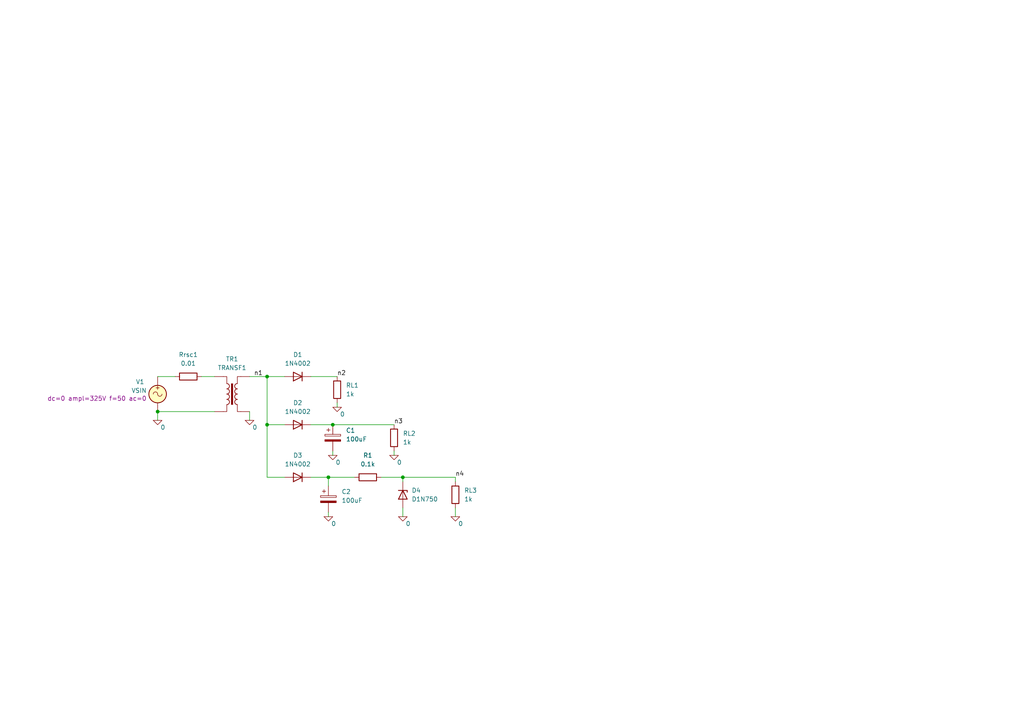
<source format=kicad_sch>
(kicad_sch (version 20250114) (generator "eeschema") (generator_version "9.0")
  (paper "A4")
  (lib_symbols
    (symbol "Device:C_Polarized" (pin_numbers (hide yes)) (pin_names (offset 0.254))
      (property "Reference" "C" (at 0.635 2.54 0))
      (property "Value" "C_Polarized" (at 0.635 -2.54 0))
      (symbol "C_Polarized_0_1"
        (rectangle (start -2.286 0.508) (end 2.286 1.016))
        (polyline (pts (xy -1.778 2.286) (xy -0.762 2.286)))
        (polyline (pts (xy -1.27 2.794) (xy -1.27 1.778)))
        (rectangle (start 2.286 -0.508) (end -2.286 -1.016) (fill (type outline)))
      )
      (symbol "C_Polarized_1_1"
        (pin passive line (at 0 3.81 270) (length 2.794) (name "~") (number "1"))
        (pin passive line (at 0 -3.81 90) (length 2.794) (name "~") (number "2"))
      )
    )
    (symbol "Device:D_Zener" (pin_numbers (hide yes)) (pin_names (offset 1.016) (hide yes))
      (property "Reference" "D" (at 0 2.54 0))
      (property "Value" "D_Zener" (at 0 -2.54 0))
      (symbol "D_Zener_0_1"
        (polyline (pts (xy -1.27 -1.27) (xy -1.27 1.27) (xy -0.762 1.27)) (stroke (width 0.254)))
        (polyline (pts (xy 1.27 0) (xy -1.27 0)))
        (polyline (pts (xy 1.27 -1.27) (xy 1.27 1.27) (xy -1.27 0) (xy 1.27 -1.27)) (stroke (width 0.254)))
      )
      (symbol "D_Zener_1_1"
        (pin passive line (at -3.81 0 0) (length 2.54) (name "K") (number "1"))
        (pin passive line (at 3.81 0 180) (length 2.54) (name "A") (number "2"))
      )
    )
    (symbol "Device:R" (pin_numbers (hide yes)) (pin_names (offset 0))
      (property "Reference" "R" (at 2.032 0 90))
      (property "Value" "R" (at 0 0 90))
      (symbol "R_0_1"
        (rectangle (start -1.016 -2.54) (end 1.016 2.54) (stroke (width 0.254)))
      )
      (symbol "R_1_1"
        (pin passive line (at 0 3.81 270) (length 1.27) (name "~") (number "1"))
        (pin passive line (at 0 -3.81 90) (length 1.27) (name "~") (number "2"))
      )
    )
    (symbol "Diode:1N4002" (pin_numbers (hide yes)) (pin_names (hide yes))
      (property "Reference" "D" (at 0 2.54 0))
      (property "Value" "1N4002" (at 0 -2.54 0))
      (symbol "1N4002_0_1"
        (polyline (pts (xy -1.27 1.27) (xy -1.27 -1.27)) (stroke (width 0.254)))
        (polyline (pts (xy 1.27 1.27) (xy 1.27 -1.27) (xy -1.27 0) (xy 1.27 1.27)) (stroke (width 0.254)))
        (polyline (pts (xy 1.27 0) (xy -1.27 0)))
      )
      (symbol "1N4002_1_1"
        (pin passive line (at -3.81 0 0) (length 2.54) (name "K") (number "1"))
        (pin passive line (at 3.81 0 180) (length 2.54) (name "A") (number "2"))
      )
    )
    (symbol "Simulation_SPICE:0" (power) (pin_numbers (hide yes)) (pin_names (offset 0) (hide yes))
      (property "Value" "0" (at 0 -2.54 0))
      (symbol "0_0_1"
        (polyline (pts (xy -1.27 0) (xy 0 -1.27) (xy 1.27 0) (xy -1.27 0)))
      )
      (symbol "0_1_1"
        (pin power_in line (at 0 0 0) (length 0) (name "~") (number "1"))
      )
    )
    (symbol "Simulation_SPICE:VSIN" (pin_numbers (hide yes)) (pin_names (offset 0.0254))
      (property "Reference" "V" (at 2.54 2.54 0))
      (property "Value" "VSIN" (at 2.54 0 0))
      (property "Sim.Params" "dc=0 ampl=1 f=1k ac=1" (at 2.54 -2.54 0))
      (symbol "VSIN_0_0"
        (arc (start -1.27 0) (mid -0.635 0.6323) (end 0 0))
        (arc (start 1.27 0) (mid 0.635 -0.6323) (end 0 0))
        (text "+" (at 0 1.905 0) (effects (font (size 1.27 1.27))))
      )
      (symbol "VSIN_0_1"
        (circle (center 0 0) (radius 2.54) (stroke (width 0.254)) (fill (type background)))
      )
      (symbol "VSIN_1_1"
        (pin passive line (at 0 5.08 270) (length 2.54) (name "~") (number "1"))
        (pin passive line (at 0 -5.08 90) (length 2.54) (name "~") (number "2"))
      )
    )
    (symbol "Transformer:TRANSF1" (pin_numbers (hide yes)) (pin_names (offset 0))
      (property "Reference" "TR" (at 0 6.35 0))
      (property "Value" "TRANSF1" (at 0 -6.35 0))
      (symbol "TRANSF1_0_1"
        (polyline (pts (xy -2.54 5.08) (xy -1.524 5.08) (xy -1.524 3.048)) (stroke (width 0.1524)))
        (arc (start -1.524 3.048) (mid -0.7653 2.286) (end -1.524 1.524) (stroke (width 0.2032)))
        (arc (start -1.524 1.524) (mid -0.7653 0.762) (end -1.524 0) (stroke (width 0.2032)))
        (arc (start -1.524 0) (mid -0.7653 -0.762) (end -1.524 -1.524) (stroke (width 0.2032)))
        (arc (start -1.524 -1.524) (mid -0.7653 -2.286) (end -1.524 -3.048) (stroke (width 0.2032)))
        (polyline (pts (xy -1.524 -3.048) (xy -1.524 -5.08) (xy -2.54 -5.08)) (stroke (width 0.1524)))
        (rectangle (start -0.254 3.048) (end 0.254 -3.048) (stroke (width 0.0254)) (fill (type outline)))
        (polyline (pts (xy 1.524 3.048) (xy 1.524 5.08) (xy 2.54 5.08)) (stroke (width 0.1524)))
        (arc (start 1.524 1.524) (mid 0.7653 2.286) (end 1.524 3.048) (stroke (width 0.2032)))
        (arc (start 1.524 0) (mid 0.7653 0.762) (end 1.524 1.524) (stroke (width 0.2032)))
        (arc (start 1.524 -1.524) (mid 0.7653 -0.762) (end 1.524 0) (stroke (width 0.2032)))
        (arc (start 1.524 -3.048) (mid 0.7653 -2.286) (end 1.524 -1.524) (stroke (width 0.2032)))
        (polyline (pts (xy 2.54 -5.08) (xy 1.524 -5.08) (xy 1.524 -3.048)) (stroke (width 0.1524)))
      )
      (symbol "TRANSF1_1_1"
        (pin passive line (at -5.08 5.08 0) (length 2.54) (name "~") (number "1"))
        (pin passive line (at -5.08 -5.08 0) (length 2.54) (name "~") (number "2"))
        (pin passive line (at 5.08 5.08 180) (length 2.54) (name "~") (number "4"))
        (pin passive line (at 5.08 -5.08 180) (length 2.54) (name "~") (number "3"))
      )
    )
  )
  (junction (at 77.47 109.22))
  (junction (at 116.84 138.43))
  (junction (at 96.52 123.19))
  (junction (at 77.47 123.19))
  (junction (at 45.72 119.38))
  (junction (at 95.25 138.43))
  (wire (pts (xy 110.49 138.43) (xy 116.84 138.43)))
  (wire (pts (xy 90.17 123.19) (xy 96.52 123.19)))
  (wire (pts (xy 45.72 119.38) (xy 62.23 119.38)))
  (wire (pts (xy 77.47 123.19) (xy 77.47 138.43)))
  (wire (pts (xy 96.52 123.19) (xy 114.3 123.19)))
  (wire (pts (xy 96.52 130.81) (xy 96.52 132.08)))
  (wire (pts (xy 95.25 138.43) (xy 90.17 138.43)))
  (wire (pts (xy 97.79 116.84) (xy 97.79 118.11)))
  (wire (pts (xy 90.17 109.22) (xy 97.79 109.22)))
  (wire (pts (xy 95.25 138.43) (xy 102.87 138.43)))
  (wire (pts (xy 72.39 119.38) (xy 72.39 121.92)))
  (wire (pts (xy 132.08 139.7) (xy 132.08 138.43)))
  (wire (pts (xy 77.47 109.22) (xy 82.55 109.22)))
  (wire (pts (xy 95.25 148.59) (xy 95.25 149.86)))
  (wire (pts (xy 77.47 138.43) (xy 82.55 138.43)))
  (wire (pts (xy 82.55 123.19) (xy 77.47 123.19)))
  (wire (pts (xy 116.84 147.32) (xy 116.84 149.86)))
  (wire (pts (xy 45.72 119.38) (xy 45.72 121.92)))
  (wire (pts (xy 77.47 123.19) (xy 77.47 109.22)))
  (wire (pts (xy 45.72 109.22) (xy 50.8 109.22)))
  (wire (pts (xy 116.84 138.43) (xy 116.84 139.7)))
  (wire (pts (xy 72.39 109.22) (xy 77.47 109.22)))
  (wire (pts (xy 95.25 140.97) (xy 95.25 138.43)))
  (wire (pts (xy 58.42 109.22) (xy 62.23 109.22)))
  (wire (pts (xy 132.08 147.32) (xy 132.08 149.86)))
  (wire (pts (xy 114.3 130.81) (xy 114.3 132.08)))
  (wire (pts (xy 132.08 138.43) (xy 116.84 138.43)))
  (label "n4" (at 132.08 138.43 0))
  (label "n1" (at 73.66 109.22 0))
  (label "n3" (at 114.3 123.19 0))
  (label "n2" (at 97.79 109.22 0))
  (symbol (lib_id "Simulation_SPICE:0") (at 114.3 132.08 0) (unit 1)
    (property "Reference" "#GND06" (effects (hide yes)))
    (property "Value" "0" (at 115.824 134.112 0))
    (property "Datasheet" "https://ngspice.sourceforge.io/docs/ngspice-html-manual/manual.xhtml#subsec_Circuit_elements__device" (effects (hide yes)))
    (property "Description" "0V reference potential for simulation" (effects (hide yes)))
  )
  (symbol (lib_id "Diode:1N4002") (at 86.36 123.19 180) (unit 1)
    (property "Reference" "D2" (at 86.36 116.84 0))
    (property "Value" "1N4002" (at 86.36 119.38 0))
    (property "Footprint" "Diode_THT:D_DO-41_SOD81_P10.16mm_Horizontal" (effects (hide yes)))
    (property "Datasheet" "http://www.vishay.com/docs/88503/1n4001.pdf" (effects (hide yes)))
    (property "Description" "100V 1A General Purpose Rectifier Diode, DO-41" (effects (hide yes)))
    (property "Sim.Device" "D" (effects (hide yes)))
    (property "Sim.Pins" "1=K 2=A" (effects (hide yes)))
  )
  (symbol (lib_id "Device:C_Polarized") (at 96.52 127 0) (unit 1)
    (property "Reference" "C1" (at 100.33 124.8409 0) (effects (justify left)))
    (property "Value" "100uF" (at 100.33 127.3809 0) (effects (justify left)))
    (property "Description" "Polarized capacitor" (effects (hide yes)))
  )
  (symbol (lib_id "Device:D_Zener") (at 116.84 143.51 270) (unit 1)
    (property "Reference" "D4" (at 119.38 142.2399 90) (effects (justify left)))
    (property "Value" "D1N750" (at 119.38 144.7799 90) (effects (justify left)))
    (property "Description" "Zener diode" (effects (hide yes)))
    (property "Sim.Library" "libs/d1n750.lib" (effects (hide yes)))
    (property "Sim.Name" "D1N750" (effects (hide yes)))
    (property "Sim.Device" "D" (effects (hide yes)))
    (property "Sim.Pins" "1=K 2=A" (effects (hide yes)))
  )
  (symbol (lib_id "Device:R") (at 97.79 113.03 0) (unit 1)
    (property "Reference" "RL1" (at 100.33 111.7599 0) (effects (justify left)))
    (property "Value" "1k" (at 100.33 114.2999 0) (effects (justify left)))
    (property "Description" "Resistor" (effects (hide yes)))
  )
  (symbol (lib_id "Device:R") (at 132.08 143.51 0) (unit 1)
    (property "Reference" "RL3" (at 134.62 142.2399 0) (effects (justify left)))
    (property "Value" "1k" (at 134.62 144.7799 0) (effects (justify left)))
    (property "Description" "Resistor" (effects (hide yes)))
  )
  (symbol (lib_id "Simulation_SPICE:0") (at 45.72 121.92 0) (unit 1)
    (property "Reference" "#GND01" (effects (hide yes)))
    (property "Value" "0" (at 47.244 123.952 0))
    (property "Datasheet" "https://ngspice.sourceforge.io/docs/ngspice-html-manual/manual.xhtml#subsec_Circuit_elements__device" (effects (hide yes)))
    (property "Description" "0V reference potential for simulation" (effects (hide yes)))
  )
  (symbol (lib_id "Device:R") (at 54.61 109.22 90) (unit 1)
    (property "Reference" "Rrsc1" (at 54.61 102.87 90))
    (property "Value" "0.01" (at 54.61 105.41 90))
    (property "Description" "Resistor" (effects (hide yes)))
  )
  (symbol (lib_id "Diode:1N4002") (at 86.36 109.22 180) (unit 1)
    (property "Reference" "D1" (at 86.36 102.87 0))
    (property "Value" "1N4002" (at 86.36 105.41 0))
    (property "Footprint" "Diode_THT:D_DO-41_SOD81_P10.16mm_Horizontal" (effects (hide yes)))
    (property "Datasheet" "http://www.vishay.com/docs/88503/1n4001.pdf" (effects (hide yes)))
    (property "Description" "100V 1A General Purpose Rectifier Diode, DO-41" (effects (hide yes)))
    (property "Sim.Device" "D" (effects (hide yes)))
    (property "Sim.Pins" "1=K 2=A" (effects (hide yes)))
  )
  (symbol (lib_id "Device:C_Polarized") (at 95.25 144.78 0) (unit 1)
    (property "Reference" "C2" (at 99.06 142.6209 0) (effects (justify left)))
    (property "Value" "100uF" (at 99.06 145.1609 0) (effects (justify left)))
    (property "Description" "Polarized capacitor" (effects (hide yes)))
  )
  (symbol (lib_id "Simulation_SPICE:0") (at 97.79 118.11 0) (unit 1)
    (property "Reference" "#GND05" (effects (hide yes)))
    (property "Value" "0" (at 99.314 120.142 0))
    (property "Datasheet" "https://ngspice.sourceforge.io/docs/ngspice-html-manual/manual.xhtml#subsec_Circuit_elements__device" (effects (hide yes)))
    (property "Description" "0V reference potential for simulation" (effects (hide yes)))
  )
  (symbol (lib_id "Device:R") (at 114.3 127 0) (unit 1)
    (property "Reference" "RL2" (at 116.84 125.7299 0) (effects (justify left)))
    (property "Value" "1k" (at 116.84 128.2699 0) (effects (justify left)))
    (property "Description" "Resistor" (effects (hide yes)))
  )
  (symbol (lib_id "Simulation_SPICE:0") (at 95.25 149.86 0) (unit 1)
    (property "Reference" "#GND03" (effects (hide yes)))
    (property "Value" "0" (at 96.774 151.892 0))
    (property "Datasheet" "https://ngspice.sourceforge.io/docs/ngspice-html-manual/manual.xhtml#subsec_Circuit_elements__device" (effects (hide yes)))
    (property "Description" "0V reference potential for simulation" (effects (hide yes)))
  )
  (symbol (lib_id "Device:R") (at 106.68 138.43 90) (unit 1)
    (property "Reference" "R1" (at 106.68 132.08 90))
    (property "Value" "0.1k" (at 106.68 134.62 90))
    (property "Description" "Resistor" (effects (hide yes)))
  )
  (symbol (lib_id "Simulation_SPICE:VSIN") (at 45.72 114.3 0) (unit 1)
    (property "Reference" "V1" (at 39.37 110.744 0) (effects (justify left)))
    (property "Value" "VSIN" (at 38.1 113.284 0) (effects (justify left)))
    (property "Datasheet" "https://ngspice.sourceforge.io/docs/ngspice-html-manual/manual.xhtml#sec_Independent_Sources_for" (effects (hide yes)))
    (property "Description" "Voltage source, sinusoidal" (effects (hide yes)))
    (property "Sim.Pins" "1=+ 2=-" (effects (hide yes)))
    (property "Sim.Params" "dc=0 ampl=325V f=50 ac=0" (at 13.716 115.57 0) (effects (justify left)))
    (property "Sim.Type" "SIN" (effects (hide yes)))
    (property "Sim.Device" "V" (effects (hide yes)))
  )
  (symbol (lib_id "Simulation_SPICE:0") (at 96.52 132.08 0) (unit 1)
    (property "Reference" "#GND04" (effects (hide yes)))
    (property "Value" "0" (at 98.044 134.112 0))
    (property "Datasheet" "https://ngspice.sourceforge.io/docs/ngspice-html-manual/manual.xhtml#subsec_Circuit_elements__device" (effects (hide yes)))
    (property "Description" "0V reference potential for simulation" (effects (hide yes)))
  )
  (symbol (lib_id "Simulation_SPICE:0") (at 132.08 149.86 0) (unit 1)
    (property "Reference" "#GND08" (effects (hide yes)))
    (property "Value" "0" (at 133.604 151.892 0))
    (property "Datasheet" "https://ngspice.sourceforge.io/docs/ngspice-html-manual/manual.xhtml#subsec_Circuit_elements__device" (effects (hide yes)))
    (property "Description" "0V reference potential for simulation" (effects (hide yes)))
  )
  (symbol (lib_id "Simulation_SPICE:0") (at 116.84 149.86 0) (unit 1)
    (property "Reference" "#GND07" (effects (hide yes)))
    (property "Value" "0" (at 118.364 151.892 0))
    (property "Datasheet" "https://ngspice.sourceforge.io/docs/ngspice-html-manual/manual.xhtml#subsec_Circuit_elements__device" (effects (hide yes)))
    (property "Description" "0V reference potential for simulation" (effects (hide yes)))
  )
  (symbol (lib_id "Diode:1N4002") (at 86.36 138.43 180) (unit 1)
    (property "Reference" "D3" (at 86.36 132.08 0))
    (property "Value" "1N4002" (at 86.36 134.62 0))
    (property "Footprint" "Diode_THT:D_DO-41_SOD81_P10.16mm_Horizontal" (effects (hide yes)))
    (property "Datasheet" "http://www.vishay.com/docs/88503/1n4001.pdf" (effects (hide yes)))
    (property "Description" "100V 1A General Purpose Rectifier Diode, DO-41" (effects (hide yes)))
    (property "Sim.Device" "D" (effects (hide yes)))
    (property "Sim.Pins" "1=K 2=A" (effects (hide yes)))
  )
  (symbol (lib_id "Simulation_SPICE:0") (at 72.39 121.92 0) (unit 1)
    (property "Reference" "#GND02" (effects (hide yes)))
    (property "Value" "0" (at 73.914 123.952 0))
    (property "Datasheet" "https://ngspice.sourceforge.io/docs/ngspice-html-manual/manual.xhtml#subsec_Circuit_elements__device" (effects (hide yes)))
    (property "Description" "0V reference potential for simulation" (effects (hide yes)))
  )
  (symbol (lib_id "Transformer:TRANSF1") (at 67.31 114.3 0) (unit 1)
    (property "Reference" "TR1" (at 67.31 104.14 0))
    (property "Value" "TRANSF1" (at 67.31 106.68 0))
    (property "Sim.Device" "K" (effects (hide yes)))
    (property "Sim.Params" "l1=100m l2=0.1m k=1" (effects (hide yes)))
  )
)
</source>
